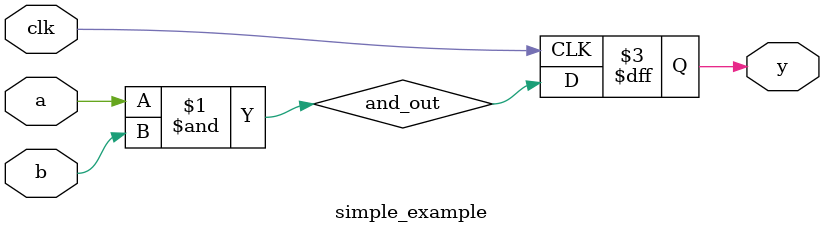
<source format=sv>
module simple_example (
    input  logic a, b, clk,
    output logic y
);

    // Internal signal
    logic and_out;

    // Combinational logic using 'assign'
    assign and_out = a & b; // AND operation

    // Sequential logic using 'always' (D Flip-Flop)
    always_ff @(posedge clk) begin
        y <= and_out; 
    end

endmodule


</source>
